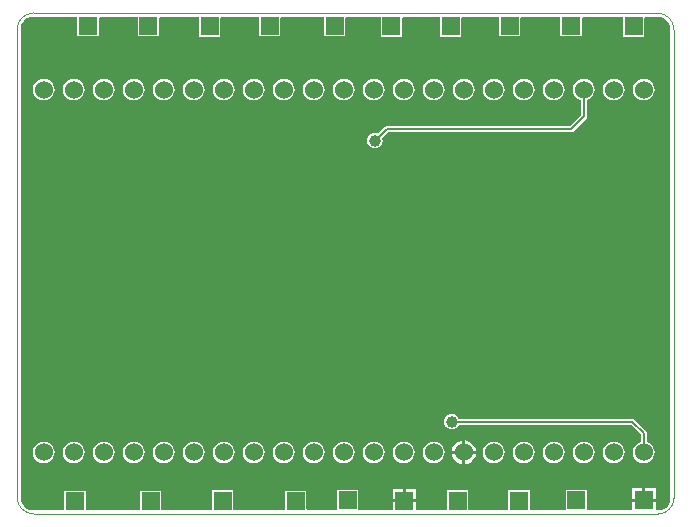
<source format=gbl>
G04*
G04 #@! TF.GenerationSoftware,Altium Limited,Altium Designer,18.1.6 (161)*
G04*
G04 Layer_Physical_Order=2*
G04 Layer_Color=16711680*
%FSAX44Y44*%
%MOMM*%
G71*
G01*
G75*
%ADD11C,0.2000*%
%ADD13C,0.1000*%
%ADD17R,1.5000X1.5000*%
%ADD18C,1.5240*%
%ADD19C,1.0000*%
G36*
X00733921Y01024941D02*
X00733961Y01024948D01*
X00734000Y01024940D01*
X00771000Y01024940D01*
Y01008200D01*
X00789000D01*
Y01024042D01*
X00789898Y01024940D01*
X00822000Y01024939D01*
Y01008200D01*
X00840000D01*
Y01024041D01*
X00840898Y01024939D01*
X00874000Y01024939D01*
Y01008000D01*
X00892000D01*
Y01024041D01*
X00892898Y01024939D01*
X00925000Y01024938D01*
Y01008200D01*
X00943000D01*
Y01024040D01*
X00943898Y01024938D01*
X00980000Y01024938D01*
Y01008200D01*
X00998000D01*
Y01024039D01*
X00998898Y01024937D01*
X01028000Y01024937D01*
Y01008000D01*
X01046000D01*
Y01024039D01*
X01046898Y01024937D01*
X01078000Y01024936D01*
Y01008000D01*
X01096000D01*
Y01024038D01*
X01096898Y01024936D01*
X01128000Y01024936D01*
Y01008200D01*
X01146000D01*
Y01024037D01*
X01146898Y01024935D01*
X01180000Y01024935D01*
Y01008200D01*
X01198000D01*
Y01024037D01*
X01198898Y01024935D01*
X01233000Y01024934D01*
Y01008000D01*
X01251000D01*
Y01024036D01*
X01251898Y01024934D01*
X01262040Y01024934D01*
X01263121D01*
X01265242Y01024512D01*
X01267239Y01023685D01*
X01269037Y01022484D01*
X01270566Y01020955D01*
X01271767Y01019157D01*
X01272595Y01017160D01*
X01273008Y01015083D01*
X01272978Y01014047D01*
X01272985Y01014002D01*
X01272976Y01013958D01*
X01272987Y00616990D01*
Y00616007D01*
X01272604Y00614079D01*
X01271852Y00612263D01*
X01270760Y00610629D01*
X01269370Y00609240D01*
X01267736Y00608148D01*
X01265920Y00607396D01*
X01264048Y00607023D01*
X01263123Y00607057D01*
X01263066Y00607048D01*
X01263009Y00607060D01*
X01261588Y00607059D01*
X01260690Y00607957D01*
Y00614280D01*
X01240610D01*
Y00607058D01*
X01203298Y00607056D01*
X01202400Y00607953D01*
Y00624350D01*
X01184400D01*
Y00607054D01*
X01154898Y00607052D01*
X01154000Y00607950D01*
Y00623850D01*
X01136000D01*
Y00607051D01*
X01102898Y00607049D01*
X01102000Y00607947D01*
Y00623850D01*
X01084000D01*
Y00607047D01*
X01058938Y00607046D01*
X01058040Y00607944D01*
Y00613580D01*
X01037960D01*
Y00607044D01*
X01009898Y00607042D01*
X01009000Y00607940D01*
Y00624550D01*
X00991000D01*
Y00607041D01*
X00965898Y00607039D01*
X00965000Y00607938D01*
Y00623600D01*
X00947000D01*
Y00607038D01*
X00903898Y00607035D01*
X00903000Y00607933D01*
Y00623850D01*
X00885000D01*
Y00607034D01*
X00842898Y00607031D01*
X00842000Y00607929D01*
Y00623600D01*
X00824000D01*
Y00607030D01*
X00778898Y00607027D01*
X00778000Y00607925D01*
Y00623600D01*
X00760000D01*
Y00607026D01*
X00734000Y00607024D01*
X00732919D01*
X00730798Y00607446D01*
X00728801Y00608273D01*
X00727003Y00609474D01*
X00725474Y00611003D01*
X00724273Y00612801D01*
X00723446Y00614798D01*
X00723031Y00616881D01*
X00723058Y00617923D01*
X00723051Y00617962D01*
X00723059Y00618000D01*
X00723024Y01014000D01*
Y01015081D01*
X00723446Y01017202D01*
X00724273Y01019199D01*
X00725474Y01020997D01*
X00727003Y01022526D01*
X00728801Y01023727D01*
X00730798Y01024554D01*
X00732880Y01024968D01*
X00733921Y01024941D01*
D02*
G37*
%LPC*%
G36*
X01250650Y00972349D02*
X01248269Y00972035D01*
X01246051Y00971116D01*
X01244146Y00969655D01*
X01242684Y00967749D01*
X01241765Y00965531D01*
X01241451Y00963150D01*
X01241765Y00960769D01*
X01242684Y00958551D01*
X01244146Y00956646D01*
X01246051Y00955184D01*
X01248269Y00954265D01*
X01250650Y00953951D01*
X01253031Y00954265D01*
X01255249Y00955184D01*
X01257154Y00956646D01*
X01258616Y00958551D01*
X01259535Y00960769D01*
X01259849Y00963150D01*
X01259535Y00965531D01*
X01258616Y00967749D01*
X01257154Y00969655D01*
X01255249Y00971116D01*
X01253031Y00972035D01*
X01250650Y00972349D01*
D02*
G37*
G36*
X01225250D02*
X01222869Y00972035D01*
X01220651Y00971116D01*
X01218745Y00969655D01*
X01217284Y00967749D01*
X01216365Y00965531D01*
X01216051Y00963150D01*
X01216365Y00960769D01*
X01217284Y00958551D01*
X01218745Y00956646D01*
X01220651Y00955184D01*
X01222869Y00954265D01*
X01225250Y00953951D01*
X01227631Y00954265D01*
X01229849Y00955184D01*
X01231755Y00956646D01*
X01233216Y00958551D01*
X01234135Y00960769D01*
X01234449Y00963150D01*
X01234135Y00965531D01*
X01233216Y00967749D01*
X01231755Y00969655D01*
X01229849Y00971116D01*
X01227631Y00972035D01*
X01225250Y00972349D01*
D02*
G37*
G36*
X01174450D02*
X01172069Y00972035D01*
X01169851Y00971116D01*
X01167945Y00969655D01*
X01166484Y00967749D01*
X01165565Y00965531D01*
X01165251Y00963150D01*
X01165565Y00960769D01*
X01166484Y00958551D01*
X01167945Y00956646D01*
X01169851Y00955184D01*
X01172069Y00954265D01*
X01174450Y00953951D01*
X01176831Y00954265D01*
X01179049Y00955184D01*
X01180955Y00956646D01*
X01182416Y00958551D01*
X01183335Y00960769D01*
X01183649Y00963150D01*
X01183335Y00965531D01*
X01182416Y00967749D01*
X01180955Y00969655D01*
X01179049Y00971116D01*
X01176831Y00972035D01*
X01174450Y00972349D01*
D02*
G37*
G36*
X01149050D02*
X01146669Y00972035D01*
X01144451Y00971116D01*
X01142545Y00969655D01*
X01141084Y00967749D01*
X01140165Y00965531D01*
X01139851Y00963150D01*
X01140165Y00960769D01*
X01141084Y00958551D01*
X01142545Y00956646D01*
X01144451Y00955184D01*
X01146669Y00954265D01*
X01149050Y00953951D01*
X01151431Y00954265D01*
X01153649Y00955184D01*
X01155555Y00956646D01*
X01157016Y00958551D01*
X01157935Y00960769D01*
X01158249Y00963150D01*
X01157935Y00965531D01*
X01157016Y00967749D01*
X01155555Y00969655D01*
X01153649Y00971116D01*
X01151431Y00972035D01*
X01149050Y00972349D01*
D02*
G37*
G36*
X01123650D02*
X01121269Y00972035D01*
X01119051Y00971116D01*
X01117145Y00969655D01*
X01115684Y00967749D01*
X01114765Y00965531D01*
X01114451Y00963150D01*
X01114765Y00960769D01*
X01115684Y00958551D01*
X01117145Y00956646D01*
X01119051Y00955184D01*
X01121269Y00954265D01*
X01123650Y00953951D01*
X01126031Y00954265D01*
X01128249Y00955184D01*
X01130154Y00956646D01*
X01131616Y00958551D01*
X01132535Y00960769D01*
X01132849Y00963150D01*
X01132535Y00965531D01*
X01131616Y00967749D01*
X01130154Y00969655D01*
X01128249Y00971116D01*
X01126031Y00972035D01*
X01123650Y00972349D01*
D02*
G37*
G36*
X01098250D02*
X01095869Y00972035D01*
X01093651Y00971116D01*
X01091746Y00969655D01*
X01090284Y00967749D01*
X01089365Y00965531D01*
X01089051Y00963150D01*
X01089365Y00960769D01*
X01090284Y00958551D01*
X01091746Y00956646D01*
X01093651Y00955184D01*
X01095869Y00954265D01*
X01098250Y00953951D01*
X01100631Y00954265D01*
X01102849Y00955184D01*
X01104754Y00956646D01*
X01106216Y00958551D01*
X01107135Y00960769D01*
X01107449Y00963150D01*
X01107135Y00965531D01*
X01106216Y00967749D01*
X01104754Y00969655D01*
X01102849Y00971116D01*
X01100631Y00972035D01*
X01098250Y00972349D01*
D02*
G37*
G36*
X01072850D02*
X01070469Y00972035D01*
X01068251Y00971116D01*
X01066346Y00969655D01*
X01064884Y00967749D01*
X01063965Y00965531D01*
X01063651Y00963150D01*
X01063965Y00960769D01*
X01064884Y00958551D01*
X01066346Y00956646D01*
X01068251Y00955184D01*
X01070469Y00954265D01*
X01072850Y00953951D01*
X01075231Y00954265D01*
X01077449Y00955184D01*
X01079354Y00956646D01*
X01080816Y00958551D01*
X01081735Y00960769D01*
X01082049Y00963150D01*
X01081735Y00965531D01*
X01080816Y00967749D01*
X01079354Y00969655D01*
X01077449Y00971116D01*
X01075231Y00972035D01*
X01072850Y00972349D01*
D02*
G37*
G36*
X01047450D02*
X01045069Y00972035D01*
X01042851Y00971116D01*
X01040946Y00969655D01*
X01039484Y00967749D01*
X01038565Y00965531D01*
X01038251Y00963150D01*
X01038565Y00960769D01*
X01039484Y00958551D01*
X01040946Y00956646D01*
X01042851Y00955184D01*
X01045069Y00954265D01*
X01047450Y00953951D01*
X01049831Y00954265D01*
X01052049Y00955184D01*
X01053954Y00956646D01*
X01055416Y00958551D01*
X01056335Y00960769D01*
X01056649Y00963150D01*
X01056335Y00965531D01*
X01055416Y00967749D01*
X01053954Y00969655D01*
X01052049Y00971116D01*
X01049831Y00972035D01*
X01047450Y00972349D01*
D02*
G37*
G36*
X01022050D02*
X01019669Y00972035D01*
X01017451Y00971116D01*
X01015546Y00969655D01*
X01014084Y00967749D01*
X01013165Y00965531D01*
X01012851Y00963150D01*
X01013165Y00960769D01*
X01014084Y00958551D01*
X01015546Y00956646D01*
X01017451Y00955184D01*
X01019669Y00954265D01*
X01022050Y00953951D01*
X01024431Y00954265D01*
X01026649Y00955184D01*
X01028555Y00956646D01*
X01030016Y00958551D01*
X01030935Y00960769D01*
X01031249Y00963150D01*
X01030935Y00965531D01*
X01030016Y00967749D01*
X01028555Y00969655D01*
X01026649Y00971116D01*
X01024431Y00972035D01*
X01022050Y00972349D01*
D02*
G37*
G36*
X00996650D02*
X00994269Y00972035D01*
X00992051Y00971116D01*
X00990145Y00969655D01*
X00988684Y00967749D01*
X00987765Y00965531D01*
X00987451Y00963150D01*
X00987765Y00960769D01*
X00988684Y00958551D01*
X00990145Y00956646D01*
X00992051Y00955184D01*
X00994269Y00954265D01*
X00996650Y00953951D01*
X00999031Y00954265D01*
X01001249Y00955184D01*
X01003155Y00956646D01*
X01004616Y00958551D01*
X01005535Y00960769D01*
X01005849Y00963150D01*
X01005535Y00965531D01*
X01004616Y00967749D01*
X01003155Y00969655D01*
X01001249Y00971116D01*
X00999031Y00972035D01*
X00996650Y00972349D01*
D02*
G37*
G36*
X00971250D02*
X00968869Y00972035D01*
X00966651Y00971116D01*
X00964745Y00969655D01*
X00963284Y00967749D01*
X00962365Y00965531D01*
X00962051Y00963150D01*
X00962365Y00960769D01*
X00963284Y00958551D01*
X00964745Y00956646D01*
X00966651Y00955184D01*
X00968869Y00954265D01*
X00971250Y00953951D01*
X00973631Y00954265D01*
X00975849Y00955184D01*
X00977755Y00956646D01*
X00979216Y00958551D01*
X00980135Y00960769D01*
X00980449Y00963150D01*
X00980135Y00965531D01*
X00979216Y00967749D01*
X00977755Y00969655D01*
X00975849Y00971116D01*
X00973631Y00972035D01*
X00971250Y00972349D01*
D02*
G37*
G36*
X00945850D02*
X00943469Y00972035D01*
X00941251Y00971116D01*
X00939345Y00969655D01*
X00937884Y00967749D01*
X00936965Y00965531D01*
X00936651Y00963150D01*
X00936965Y00960769D01*
X00937884Y00958551D01*
X00939345Y00956646D01*
X00941251Y00955184D01*
X00943469Y00954265D01*
X00945850Y00953951D01*
X00948231Y00954265D01*
X00950449Y00955184D01*
X00952355Y00956646D01*
X00953816Y00958551D01*
X00954735Y00960769D01*
X00955049Y00963150D01*
X00954735Y00965531D01*
X00953816Y00967749D01*
X00952355Y00969655D01*
X00950449Y00971116D01*
X00948231Y00972035D01*
X00945850Y00972349D01*
D02*
G37*
G36*
X00920450D02*
X00918069Y00972035D01*
X00915851Y00971116D01*
X00913945Y00969655D01*
X00912484Y00967749D01*
X00911565Y00965531D01*
X00911251Y00963150D01*
X00911565Y00960769D01*
X00912484Y00958551D01*
X00913945Y00956646D01*
X00915851Y00955184D01*
X00918069Y00954265D01*
X00920450Y00953951D01*
X00922831Y00954265D01*
X00925049Y00955184D01*
X00926954Y00956646D01*
X00928416Y00958551D01*
X00929335Y00960769D01*
X00929649Y00963150D01*
X00929335Y00965531D01*
X00928416Y00967749D01*
X00926954Y00969655D01*
X00925049Y00971116D01*
X00922831Y00972035D01*
X00920450Y00972349D01*
D02*
G37*
G36*
X00895050D02*
X00892669Y00972035D01*
X00890451Y00971116D01*
X00888546Y00969655D01*
X00887084Y00967749D01*
X00886165Y00965531D01*
X00885851Y00963150D01*
X00886165Y00960769D01*
X00887084Y00958551D01*
X00888546Y00956646D01*
X00890451Y00955184D01*
X00892669Y00954265D01*
X00895050Y00953951D01*
X00897431Y00954265D01*
X00899649Y00955184D01*
X00901554Y00956646D01*
X00903016Y00958551D01*
X00903935Y00960769D01*
X00904249Y00963150D01*
X00903935Y00965531D01*
X00903016Y00967749D01*
X00901554Y00969655D01*
X00899649Y00971116D01*
X00897431Y00972035D01*
X00895050Y00972349D01*
D02*
G37*
G36*
X00869650D02*
X00867269Y00972035D01*
X00865051Y00971116D01*
X00863146Y00969655D01*
X00861684Y00967749D01*
X00860765Y00965531D01*
X00860451Y00963150D01*
X00860765Y00960769D01*
X00861684Y00958551D01*
X00863146Y00956646D01*
X00865051Y00955184D01*
X00867269Y00954265D01*
X00869650Y00953951D01*
X00872031Y00954265D01*
X00874249Y00955184D01*
X00876154Y00956646D01*
X00877616Y00958551D01*
X00878535Y00960769D01*
X00878849Y00963150D01*
X00878535Y00965531D01*
X00877616Y00967749D01*
X00876154Y00969655D01*
X00874249Y00971116D01*
X00872031Y00972035D01*
X00869650Y00972349D01*
D02*
G37*
G36*
X00844250D02*
X00841869Y00972035D01*
X00839651Y00971116D01*
X00837746Y00969655D01*
X00836284Y00967749D01*
X00835365Y00965531D01*
X00835051Y00963150D01*
X00835365Y00960769D01*
X00836284Y00958551D01*
X00837746Y00956646D01*
X00839651Y00955184D01*
X00841869Y00954265D01*
X00844250Y00953951D01*
X00846631Y00954265D01*
X00848849Y00955184D01*
X00850754Y00956646D01*
X00852216Y00958551D01*
X00853135Y00960769D01*
X00853449Y00963150D01*
X00853135Y00965531D01*
X00852216Y00967749D01*
X00850754Y00969655D01*
X00848849Y00971116D01*
X00846631Y00972035D01*
X00844250Y00972349D01*
D02*
G37*
G36*
X00818850D02*
X00816469Y00972035D01*
X00814251Y00971116D01*
X00812346Y00969655D01*
X00810884Y00967749D01*
X00809965Y00965531D01*
X00809651Y00963150D01*
X00809965Y00960769D01*
X00810884Y00958551D01*
X00812346Y00956646D01*
X00814251Y00955184D01*
X00816469Y00954265D01*
X00818850Y00953951D01*
X00821231Y00954265D01*
X00823449Y00955184D01*
X00825355Y00956646D01*
X00826816Y00958551D01*
X00827735Y00960769D01*
X00828049Y00963150D01*
X00827735Y00965531D01*
X00826816Y00967749D01*
X00825355Y00969655D01*
X00823449Y00971116D01*
X00821231Y00972035D01*
X00818850Y00972349D01*
D02*
G37*
G36*
X00793450D02*
X00791069Y00972035D01*
X00788851Y00971116D01*
X00786945Y00969655D01*
X00785484Y00967749D01*
X00784565Y00965531D01*
X00784251Y00963150D01*
X00784565Y00960769D01*
X00785484Y00958551D01*
X00786945Y00956646D01*
X00788851Y00955184D01*
X00791069Y00954265D01*
X00793450Y00953951D01*
X00795831Y00954265D01*
X00798049Y00955184D01*
X00799955Y00956646D01*
X00801416Y00958551D01*
X00802335Y00960769D01*
X00802649Y00963150D01*
X00802335Y00965531D01*
X00801416Y00967749D01*
X00799955Y00969655D01*
X00798049Y00971116D01*
X00795831Y00972035D01*
X00793450Y00972349D01*
D02*
G37*
G36*
X00768050D02*
X00765669Y00972035D01*
X00763451Y00971116D01*
X00761545Y00969655D01*
X00760084Y00967749D01*
X00759165Y00965531D01*
X00758851Y00963150D01*
X00759165Y00960769D01*
X00760084Y00958551D01*
X00761545Y00956646D01*
X00763451Y00955184D01*
X00765669Y00954265D01*
X00768050Y00953951D01*
X00770431Y00954265D01*
X00772649Y00955184D01*
X00774555Y00956646D01*
X00776016Y00958551D01*
X00776935Y00960769D01*
X00777249Y00963150D01*
X00776935Y00965531D01*
X00776016Y00967749D01*
X00774555Y00969655D01*
X00772649Y00971116D01*
X00770431Y00972035D01*
X00768050Y00972349D01*
D02*
G37*
G36*
X00742650D02*
X00740269Y00972035D01*
X00738051Y00971116D01*
X00736145Y00969655D01*
X00734684Y00967749D01*
X00733765Y00965531D01*
X00733451Y00963150D01*
X00733765Y00960769D01*
X00734684Y00958551D01*
X00736145Y00956646D01*
X00738051Y00955184D01*
X00740269Y00954265D01*
X00742650Y00953951D01*
X00745031Y00954265D01*
X00747249Y00955184D01*
X00749155Y00956646D01*
X00750616Y00958551D01*
X00751535Y00960769D01*
X00751849Y00963150D01*
X00751535Y00965531D01*
X00750616Y00967749D01*
X00749155Y00969655D01*
X00747249Y00971116D01*
X00745031Y00972035D01*
X00742650Y00972349D01*
D02*
G37*
G36*
X01199850D02*
X01197469Y00972035D01*
X01195251Y00971116D01*
X01193345Y00969655D01*
X01191884Y00967749D01*
X01190965Y00965531D01*
X01190651Y00963150D01*
X01190965Y00960769D01*
X01191884Y00958551D01*
X01193345Y00956646D01*
X01195251Y00955184D01*
X01197301Y00954334D01*
Y00941506D01*
X01188344Y00932549D01*
X01033000D01*
X01032025Y00932355D01*
X01031198Y00931802D01*
X01025426Y00926031D01*
X01024697Y00926333D01*
X01023000Y00926556D01*
X01021303Y00926333D01*
X01019722Y00925678D01*
X01018364Y00924636D01*
X01017322Y00923278D01*
X01016667Y00921697D01*
X01016444Y00920000D01*
X01016667Y00918303D01*
X01017322Y00916722D01*
X01018364Y00915364D01*
X01019722Y00914322D01*
X01021303Y00913667D01*
X01023000Y00913444D01*
X01024697Y00913667D01*
X01026278Y00914322D01*
X01027636Y00915364D01*
X01028678Y00916722D01*
X01029333Y00918303D01*
X01029556Y00920000D01*
X01029333Y00921697D01*
X01029031Y00922426D01*
X01034056Y00927451D01*
X01189400D01*
X01190376Y00927645D01*
X01191202Y00928198D01*
X01201652Y00938648D01*
X01202205Y00939474D01*
X01202399Y00940450D01*
Y00954334D01*
X01204449Y00955184D01*
X01206355Y00956646D01*
X01207816Y00958551D01*
X01208735Y00960769D01*
X01209049Y00963150D01*
X01208735Y00965531D01*
X01207816Y00967749D01*
X01206355Y00969655D01*
X01204449Y00971116D01*
X01202231Y00972035D01*
X01199850Y00972349D01*
D02*
G37*
G36*
X01099520Y00666080D02*
Y00657270D01*
X01108331D01*
X01108148Y00658652D01*
X01107125Y00661124D01*
X01105496Y00663246D01*
X01103374Y00664875D01*
X01100902Y00665899D01*
X01099520Y00666080D01*
D02*
G37*
G36*
X01096980Y00666080D02*
X01095598Y00665899D01*
X01093126Y00664875D01*
X01091004Y00663246D01*
X01089375Y00661124D01*
X01088352Y00658652D01*
X01088169Y00657270D01*
X01096980D01*
Y00666080D01*
D02*
G37*
G36*
X01088000Y00688556D02*
X01086303Y00688333D01*
X01084722Y00687678D01*
X01083364Y00686636D01*
X01082322Y00685278D01*
X01081667Y00683697D01*
X01081444Y00682000D01*
X01081667Y00680303D01*
X01082322Y00678722D01*
X01083364Y00677364D01*
X01084722Y00676322D01*
X01086303Y00675667D01*
X01088000Y00675444D01*
X01089697Y00675667D01*
X01091278Y00676322D01*
X01092636Y00677364D01*
X01093678Y00678722D01*
X01093980Y00679451D01*
X01239944D01*
X01248101Y00671294D01*
Y00664816D01*
X01246051Y00663966D01*
X01244146Y00662505D01*
X01242684Y00660599D01*
X01241765Y00658381D01*
X01241451Y00656000D01*
X01241765Y00653619D01*
X01242684Y00651401D01*
X01244146Y00649496D01*
X01246051Y00648034D01*
X01248269Y00647115D01*
X01250650Y00646801D01*
X01253031Y00647115D01*
X01255249Y00648034D01*
X01257154Y00649496D01*
X01258616Y00651401D01*
X01259535Y00653619D01*
X01259849Y00656000D01*
X01259535Y00658381D01*
X01258616Y00660599D01*
X01257154Y00662505D01*
X01255249Y00663966D01*
X01253199Y00664816D01*
Y00672350D01*
X01253005Y00673326D01*
X01252452Y00674152D01*
X01242802Y00683802D01*
X01241975Y00684355D01*
X01241000Y00684549D01*
X01093980D01*
X01093678Y00685278D01*
X01092636Y00686636D01*
X01091278Y00687678D01*
X01089697Y00688333D01*
X01088000Y00688556D01*
D02*
G37*
G36*
X01225250Y00665199D02*
X01222869Y00664885D01*
X01220651Y00663966D01*
X01218745Y00662505D01*
X01217284Y00660599D01*
X01216365Y00658381D01*
X01216051Y00656000D01*
X01216365Y00653619D01*
X01217284Y00651401D01*
X01218745Y00649496D01*
X01220651Y00648034D01*
X01222869Y00647115D01*
X01225250Y00646801D01*
X01227631Y00647115D01*
X01229849Y00648034D01*
X01231755Y00649496D01*
X01233216Y00651401D01*
X01234135Y00653619D01*
X01234449Y00656000D01*
X01234135Y00658381D01*
X01233216Y00660599D01*
X01231755Y00662505D01*
X01229849Y00663966D01*
X01227631Y00664885D01*
X01225250Y00665199D01*
D02*
G37*
G36*
X01199850D02*
X01197469Y00664885D01*
X01195251Y00663966D01*
X01193345Y00662505D01*
X01191884Y00660599D01*
X01190965Y00658381D01*
X01190651Y00656000D01*
X01190965Y00653619D01*
X01191884Y00651401D01*
X01193345Y00649496D01*
X01195251Y00648034D01*
X01197469Y00647115D01*
X01199850Y00646801D01*
X01202231Y00647115D01*
X01204449Y00648034D01*
X01206355Y00649496D01*
X01207816Y00651401D01*
X01208735Y00653619D01*
X01209049Y00656000D01*
X01208735Y00658381D01*
X01207816Y00660599D01*
X01206355Y00662505D01*
X01204449Y00663966D01*
X01202231Y00664885D01*
X01199850Y00665199D01*
D02*
G37*
G36*
X01174450D02*
X01172069Y00664885D01*
X01169851Y00663966D01*
X01167945Y00662505D01*
X01166484Y00660599D01*
X01165565Y00658381D01*
X01165251Y00656000D01*
X01165565Y00653619D01*
X01166484Y00651401D01*
X01167945Y00649496D01*
X01169851Y00648034D01*
X01172069Y00647115D01*
X01174450Y00646801D01*
X01176831Y00647115D01*
X01179049Y00648034D01*
X01180955Y00649496D01*
X01182416Y00651401D01*
X01183335Y00653619D01*
X01183649Y00656000D01*
X01183335Y00658381D01*
X01182416Y00660599D01*
X01180955Y00662505D01*
X01179049Y00663966D01*
X01176831Y00664885D01*
X01174450Y00665199D01*
D02*
G37*
G36*
X01149050D02*
X01146669Y00664885D01*
X01144451Y00663966D01*
X01142545Y00662505D01*
X01141084Y00660599D01*
X01140165Y00658381D01*
X01139851Y00656000D01*
X01140165Y00653619D01*
X01141084Y00651401D01*
X01142545Y00649496D01*
X01144451Y00648034D01*
X01146669Y00647115D01*
X01149050Y00646801D01*
X01151431Y00647115D01*
X01153649Y00648034D01*
X01155555Y00649496D01*
X01157016Y00651401D01*
X01157935Y00653619D01*
X01158249Y00656000D01*
X01157935Y00658381D01*
X01157016Y00660599D01*
X01155555Y00662505D01*
X01153649Y00663966D01*
X01151431Y00664885D01*
X01149050Y00665199D01*
D02*
G37*
G36*
X01123650D02*
X01121269Y00664885D01*
X01119051Y00663966D01*
X01117145Y00662505D01*
X01115684Y00660599D01*
X01114765Y00658381D01*
X01114451Y00656000D01*
X01114765Y00653619D01*
X01115684Y00651401D01*
X01117145Y00649496D01*
X01119051Y00648034D01*
X01121269Y00647115D01*
X01123650Y00646801D01*
X01126031Y00647115D01*
X01128249Y00648034D01*
X01130154Y00649496D01*
X01131616Y00651401D01*
X01132535Y00653619D01*
X01132849Y00656000D01*
X01132535Y00658381D01*
X01131616Y00660599D01*
X01130154Y00662505D01*
X01128249Y00663966D01*
X01126031Y00664885D01*
X01123650Y00665199D01*
D02*
G37*
G36*
X01072850D02*
X01070469Y00664885D01*
X01068251Y00663966D01*
X01066346Y00662505D01*
X01064884Y00660599D01*
X01063965Y00658381D01*
X01063651Y00656000D01*
X01063965Y00653619D01*
X01064884Y00651401D01*
X01066346Y00649496D01*
X01068251Y00648034D01*
X01070469Y00647115D01*
X01072850Y00646801D01*
X01075231Y00647115D01*
X01077449Y00648034D01*
X01079354Y00649496D01*
X01080816Y00651401D01*
X01081735Y00653619D01*
X01082049Y00656000D01*
X01081735Y00658381D01*
X01080816Y00660599D01*
X01079354Y00662505D01*
X01077449Y00663966D01*
X01075231Y00664885D01*
X01072850Y00665199D01*
D02*
G37*
G36*
X01047450D02*
X01045069Y00664885D01*
X01042851Y00663966D01*
X01040946Y00662505D01*
X01039484Y00660599D01*
X01038565Y00658381D01*
X01038251Y00656000D01*
X01038565Y00653619D01*
X01039484Y00651401D01*
X01040946Y00649496D01*
X01042851Y00648034D01*
X01045069Y00647115D01*
X01047450Y00646801D01*
X01049831Y00647115D01*
X01052049Y00648034D01*
X01053954Y00649496D01*
X01055416Y00651401D01*
X01056335Y00653619D01*
X01056649Y00656000D01*
X01056335Y00658381D01*
X01055416Y00660599D01*
X01053954Y00662505D01*
X01052049Y00663966D01*
X01049831Y00664885D01*
X01047450Y00665199D01*
D02*
G37*
G36*
X01022050D02*
X01019669Y00664885D01*
X01017451Y00663966D01*
X01015546Y00662505D01*
X01014084Y00660599D01*
X01013165Y00658381D01*
X01012851Y00656000D01*
X01013165Y00653619D01*
X01014084Y00651401D01*
X01015546Y00649496D01*
X01017451Y00648034D01*
X01019669Y00647115D01*
X01022050Y00646801D01*
X01024431Y00647115D01*
X01026649Y00648034D01*
X01028555Y00649496D01*
X01030016Y00651401D01*
X01030935Y00653619D01*
X01031249Y00656000D01*
X01030935Y00658381D01*
X01030016Y00660599D01*
X01028555Y00662505D01*
X01026649Y00663966D01*
X01024431Y00664885D01*
X01022050Y00665199D01*
D02*
G37*
G36*
X00996650D02*
X00994269Y00664885D01*
X00992051Y00663966D01*
X00990145Y00662505D01*
X00988684Y00660599D01*
X00987765Y00658381D01*
X00987451Y00656000D01*
X00987765Y00653619D01*
X00988684Y00651401D01*
X00990145Y00649496D01*
X00992051Y00648034D01*
X00994269Y00647115D01*
X00996650Y00646801D01*
X00999031Y00647115D01*
X01001249Y00648034D01*
X01003155Y00649496D01*
X01004616Y00651401D01*
X01005535Y00653619D01*
X01005849Y00656000D01*
X01005535Y00658381D01*
X01004616Y00660599D01*
X01003155Y00662505D01*
X01001249Y00663966D01*
X00999031Y00664885D01*
X00996650Y00665199D01*
D02*
G37*
G36*
X00971250D02*
X00968869Y00664885D01*
X00966651Y00663966D01*
X00964745Y00662505D01*
X00963284Y00660599D01*
X00962365Y00658381D01*
X00962051Y00656000D01*
X00962365Y00653619D01*
X00963284Y00651401D01*
X00964745Y00649496D01*
X00966651Y00648034D01*
X00968869Y00647115D01*
X00971250Y00646801D01*
X00973631Y00647115D01*
X00975849Y00648034D01*
X00977755Y00649496D01*
X00979216Y00651401D01*
X00980135Y00653619D01*
X00980449Y00656000D01*
X00980135Y00658381D01*
X00979216Y00660599D01*
X00977755Y00662505D01*
X00975849Y00663966D01*
X00973631Y00664885D01*
X00971250Y00665199D01*
D02*
G37*
G36*
X00945850D02*
X00943469Y00664885D01*
X00941251Y00663966D01*
X00939345Y00662505D01*
X00937884Y00660599D01*
X00936965Y00658381D01*
X00936651Y00656000D01*
X00936965Y00653619D01*
X00937884Y00651401D01*
X00939345Y00649496D01*
X00941251Y00648034D01*
X00943469Y00647115D01*
X00945850Y00646801D01*
X00948231Y00647115D01*
X00950449Y00648034D01*
X00952355Y00649496D01*
X00953816Y00651401D01*
X00954735Y00653619D01*
X00955049Y00656000D01*
X00954735Y00658381D01*
X00953816Y00660599D01*
X00952355Y00662505D01*
X00950449Y00663966D01*
X00948231Y00664885D01*
X00945850Y00665199D01*
D02*
G37*
G36*
X00920450D02*
X00918069Y00664885D01*
X00915851Y00663966D01*
X00913945Y00662505D01*
X00912484Y00660599D01*
X00911565Y00658381D01*
X00911251Y00656000D01*
X00911565Y00653619D01*
X00912484Y00651401D01*
X00913945Y00649496D01*
X00915851Y00648034D01*
X00918069Y00647115D01*
X00920450Y00646801D01*
X00922831Y00647115D01*
X00925049Y00648034D01*
X00926954Y00649496D01*
X00928416Y00651401D01*
X00929335Y00653619D01*
X00929649Y00656000D01*
X00929335Y00658381D01*
X00928416Y00660599D01*
X00926954Y00662505D01*
X00925049Y00663966D01*
X00922831Y00664885D01*
X00920450Y00665199D01*
D02*
G37*
G36*
X00895050D02*
X00892669Y00664885D01*
X00890451Y00663966D01*
X00888546Y00662505D01*
X00887084Y00660599D01*
X00886165Y00658381D01*
X00885851Y00656000D01*
X00886165Y00653619D01*
X00887084Y00651401D01*
X00888546Y00649496D01*
X00890451Y00648034D01*
X00892669Y00647115D01*
X00895050Y00646801D01*
X00897431Y00647115D01*
X00899649Y00648034D01*
X00901554Y00649496D01*
X00903016Y00651401D01*
X00903935Y00653619D01*
X00904249Y00656000D01*
X00903935Y00658381D01*
X00903016Y00660599D01*
X00901554Y00662505D01*
X00899649Y00663966D01*
X00897431Y00664885D01*
X00895050Y00665199D01*
D02*
G37*
G36*
X00869650D02*
X00867269Y00664885D01*
X00865051Y00663966D01*
X00863146Y00662505D01*
X00861684Y00660599D01*
X00860765Y00658381D01*
X00860451Y00656000D01*
X00860765Y00653619D01*
X00861684Y00651401D01*
X00863146Y00649496D01*
X00865051Y00648034D01*
X00867269Y00647115D01*
X00869650Y00646801D01*
X00872031Y00647115D01*
X00874249Y00648034D01*
X00876154Y00649496D01*
X00877616Y00651401D01*
X00878535Y00653619D01*
X00878849Y00656000D01*
X00878535Y00658381D01*
X00877616Y00660599D01*
X00876154Y00662505D01*
X00874249Y00663966D01*
X00872031Y00664885D01*
X00869650Y00665199D01*
D02*
G37*
G36*
X00844250D02*
X00841869Y00664885D01*
X00839651Y00663966D01*
X00837746Y00662505D01*
X00836284Y00660599D01*
X00835365Y00658381D01*
X00835051Y00656000D01*
X00835365Y00653619D01*
X00836284Y00651401D01*
X00837746Y00649496D01*
X00839651Y00648034D01*
X00841869Y00647115D01*
X00844250Y00646801D01*
X00846631Y00647115D01*
X00848849Y00648034D01*
X00850754Y00649496D01*
X00852216Y00651401D01*
X00853135Y00653619D01*
X00853449Y00656000D01*
X00853135Y00658381D01*
X00852216Y00660599D01*
X00850754Y00662505D01*
X00848849Y00663966D01*
X00846631Y00664885D01*
X00844250Y00665199D01*
D02*
G37*
G36*
X00818850D02*
X00816469Y00664885D01*
X00814251Y00663966D01*
X00812346Y00662505D01*
X00810884Y00660599D01*
X00809965Y00658381D01*
X00809651Y00656000D01*
X00809965Y00653619D01*
X00810884Y00651401D01*
X00812346Y00649496D01*
X00814251Y00648034D01*
X00816469Y00647115D01*
X00818850Y00646801D01*
X00821231Y00647115D01*
X00823449Y00648034D01*
X00825355Y00649496D01*
X00826816Y00651401D01*
X00827735Y00653619D01*
X00828049Y00656000D01*
X00827735Y00658381D01*
X00826816Y00660599D01*
X00825355Y00662505D01*
X00823449Y00663966D01*
X00821231Y00664885D01*
X00818850Y00665199D01*
D02*
G37*
G36*
X00793450D02*
X00791069Y00664885D01*
X00788851Y00663966D01*
X00786945Y00662505D01*
X00785484Y00660599D01*
X00784565Y00658381D01*
X00784251Y00656000D01*
X00784565Y00653619D01*
X00785484Y00651401D01*
X00786945Y00649496D01*
X00788851Y00648034D01*
X00791069Y00647115D01*
X00793450Y00646801D01*
X00795831Y00647115D01*
X00798049Y00648034D01*
X00799955Y00649496D01*
X00801416Y00651401D01*
X00802335Y00653619D01*
X00802649Y00656000D01*
X00802335Y00658381D01*
X00801416Y00660599D01*
X00799955Y00662505D01*
X00798049Y00663966D01*
X00795831Y00664885D01*
X00793450Y00665199D01*
D02*
G37*
G36*
X00768050D02*
X00765669Y00664885D01*
X00763451Y00663966D01*
X00761545Y00662505D01*
X00760084Y00660599D01*
X00759165Y00658381D01*
X00758851Y00656000D01*
X00759165Y00653619D01*
X00760084Y00651401D01*
X00761545Y00649496D01*
X00763451Y00648034D01*
X00765669Y00647115D01*
X00768050Y00646801D01*
X00770431Y00647115D01*
X00772649Y00648034D01*
X00774555Y00649496D01*
X00776016Y00651401D01*
X00776935Y00653619D01*
X00777249Y00656000D01*
X00776935Y00658381D01*
X00776016Y00660599D01*
X00774555Y00662505D01*
X00772649Y00663966D01*
X00770431Y00664885D01*
X00768050Y00665199D01*
D02*
G37*
G36*
X00742650D02*
X00740269Y00664885D01*
X00738051Y00663966D01*
X00736145Y00662505D01*
X00734684Y00660599D01*
X00733765Y00658381D01*
X00733451Y00656000D01*
X00733765Y00653619D01*
X00734684Y00651401D01*
X00736145Y00649496D01*
X00738051Y00648034D01*
X00740269Y00647115D01*
X00742650Y00646801D01*
X00745031Y00647115D01*
X00747249Y00648034D01*
X00749155Y00649496D01*
X00750616Y00651401D01*
X00751535Y00653619D01*
X00751849Y00656000D01*
X00751535Y00658381D01*
X00750616Y00660599D01*
X00749155Y00662505D01*
X00747249Y00663966D01*
X00745031Y00664885D01*
X00742650Y00665199D01*
D02*
G37*
G36*
X01096980Y00654730D02*
X01088169D01*
X01088352Y00653348D01*
X01089375Y00650876D01*
X01091004Y00648754D01*
X01093126Y00647125D01*
X01095598Y00646102D01*
X01096980Y00645919D01*
Y00654730D01*
D02*
G37*
G36*
X01108331D02*
X01099520D01*
Y00645919D01*
X01100902Y00646102D01*
X01103374Y00647125D01*
X01105496Y00648754D01*
X01107125Y00650876D01*
X01108148Y00653348D01*
X01108331Y00654730D01*
D02*
G37*
G36*
X01260690Y00625590D02*
X01251920D01*
Y00616820D01*
X01260690D01*
Y00625590D01*
D02*
G37*
G36*
X01249380D02*
X01240610D01*
Y00616820D01*
X01249380D01*
Y00625590D01*
D02*
G37*
G36*
X01058040Y00624890D02*
X01049270D01*
Y00616120D01*
X01058040D01*
Y00624890D01*
D02*
G37*
G36*
X01046730D02*
X01037960D01*
Y00616120D01*
X01046730D01*
Y00624890D01*
D02*
G37*
%LPD*%
D11*
X01088000Y00682000D02*
X01241000D01*
X01250650Y00672350D01*
Y00656000D02*
Y00672350D01*
X01199850Y00940450D02*
Y00963150D01*
X01189400Y00930000D02*
X01199850Y00940450D01*
X01033000Y00930000D02*
X01189400D01*
X01023000Y00920000D02*
X01033000Y00930000D01*
D13*
X01263010Y00603953D02*
G03*
X01276046Y00616990I00000000J00013036D01*
G01*
X01276075Y01013958D02*
G03*
X01262040Y01027993I-00014035J00000000D01*
G01*
X00734000Y01028035D02*
G03*
X00719965Y01014000I00000000J-00014035D01*
G01*
Y00618000D02*
G03*
X00734000Y00603965I00014035J00000000D01*
G01*
X01276035Y00616990D02*
X01276035Y01013958D01*
X00734000Y01027999D02*
X01262040Y01027999D01*
X00734000Y00604001D02*
X01263010Y00604001D01*
X00720000Y00618000D02*
X00720000Y01014000D01*
D17*
X01000000Y00615550D02*
D03*
X01242000Y01017000D02*
D03*
X01250650Y00615550D02*
D03*
X00989000Y01017200D02*
D03*
X00934000D02*
D03*
X00883000Y01017000D02*
D03*
X00833000Y00614600D02*
D03*
X00831000Y01017200D02*
D03*
X00769000Y00614600D02*
D03*
X00780000Y01017200D02*
D03*
X00956000Y00614600D02*
D03*
X00894000Y00614850D02*
D03*
X01048000D02*
D03*
X01189000Y01017200D02*
D03*
X01137000D02*
D03*
X01093000Y00614850D02*
D03*
X01087000Y01017000D02*
D03*
X01145000Y00614850D02*
D03*
X01037000Y01017000D02*
D03*
X01193400Y00615350D02*
D03*
D18*
X00844250Y00656000D02*
D03*
X00818850D02*
D03*
X00742650D02*
D03*
X00793450D02*
D03*
X00768050D02*
D03*
X00920450D02*
D03*
X00945850D02*
D03*
X00895050D02*
D03*
X00869650D02*
D03*
X00971250D02*
D03*
X00996650D02*
D03*
X01047450D02*
D03*
X01022050D02*
D03*
X01225250D02*
D03*
X01250650D02*
D03*
X01199850D02*
D03*
X01174450D02*
D03*
X01072850D02*
D03*
X01098250D02*
D03*
X01149050D02*
D03*
X01123650D02*
D03*
X00844250Y00963150D02*
D03*
X00818850D02*
D03*
X00742650D02*
D03*
X00793450D02*
D03*
X00768050D02*
D03*
X00920450D02*
D03*
X00945850D02*
D03*
X00895050D02*
D03*
X00869650D02*
D03*
X00971250D02*
D03*
X00996650D02*
D03*
X01047450D02*
D03*
X01022050D02*
D03*
X01225250D02*
D03*
X01250650D02*
D03*
X01199850D02*
D03*
X01174450D02*
D03*
X01072850D02*
D03*
X01098250D02*
D03*
X01149050D02*
D03*
X01123650D02*
D03*
D19*
X01088000Y00682000D02*
D03*
X01023000Y00920000D02*
D03*
M02*

</source>
